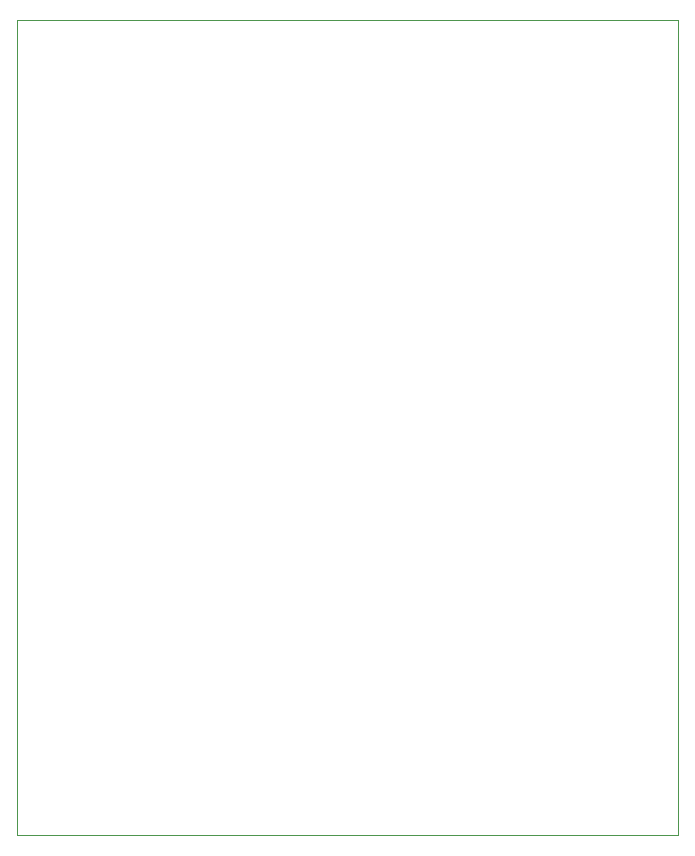
<source format=gm1>
G04 #@! TF.GenerationSoftware,KiCad,Pcbnew,8.0.2*
G04 #@! TF.CreationDate,2024-08-26T09:40:56-06:00*
G04 #@! TF.ProjectId,Perfboard_0.25,50657266-626f-4617-9264-5f302e32352e,rev?*
G04 #@! TF.SameCoordinates,Original*
G04 #@! TF.FileFunction,Profile,NP*
%FSLAX46Y46*%
G04 Gerber Fmt 4.6, Leading zero omitted, Abs format (unit mm)*
G04 Created by KiCad (PCBNEW 8.0.2) date 2024-08-26 09:40:56*
%MOMM*%
%LPD*%
G01*
G04 APERTURE LIST*
G04 #@! TA.AperFunction,Profile*
%ADD10C,0.050000*%
G04 #@! TD*
G04 APERTURE END LIST*
D10*
X122000000Y-43000000D02*
X178000000Y-43000000D01*
X178000000Y-43000000D02*
X178000000Y-112000000D01*
X122000000Y-112000000D02*
X122000000Y-43000000D01*
X178000000Y-112000000D02*
X122000000Y-112000000D01*
M02*

</source>
